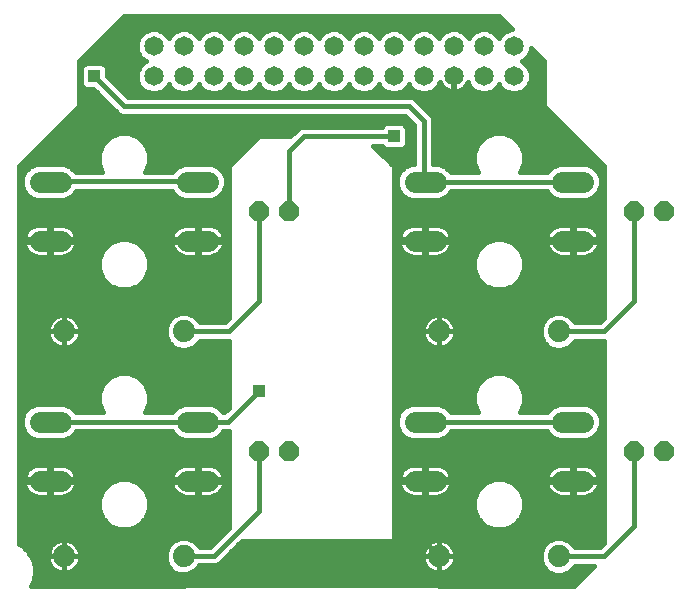
<source format=gbl>
G75*
%MOIN*%
%OFA0B0*%
%FSLAX24Y24*%
%IPPOS*%
%LPD*%
%AMOC8*
5,1,8,0,0,1.08239X$1,22.5*
%
%ADD10C,0.0650*%
%ADD11OC8,0.0660*%
%ADD12C,0.0705*%
%ADD13C,0.0740*%
%ADD14C,0.0160*%
%ADD15R,0.0396X0.0396*%
%ADD16C,0.0100*%
%ADD17R,0.0436X0.0436*%
%ADD18C,0.0120*%
D10*
X006100Y017600D03*
X006100Y018600D03*
X007100Y018600D03*
X007100Y017600D03*
X008100Y017600D03*
X008100Y018600D03*
X009100Y018600D03*
X009100Y017600D03*
X010100Y017600D03*
X010100Y018600D03*
X011100Y018600D03*
X011100Y017600D03*
X012100Y017600D03*
X012100Y018600D03*
X013100Y018600D03*
X013100Y017600D03*
X014100Y017600D03*
X014100Y018600D03*
X015100Y018600D03*
X015100Y017600D03*
X016100Y017600D03*
X016100Y018600D03*
X017100Y018600D03*
X017100Y017600D03*
X018100Y017600D03*
X018100Y018600D03*
D11*
X022100Y013100D03*
X023100Y013100D03*
X023100Y005100D03*
X022100Y005100D03*
X010600Y005100D03*
X009600Y005100D03*
X009600Y013100D03*
X010600Y013100D03*
D12*
X007913Y012120D02*
X007208Y012120D01*
X007208Y014080D02*
X007913Y014080D01*
X002993Y014080D02*
X002288Y014080D01*
X002288Y012120D02*
X002993Y012120D01*
X002993Y006080D02*
X002288Y006080D01*
X002288Y004120D02*
X002993Y004120D01*
X007208Y004120D02*
X007913Y004120D01*
X007913Y006080D02*
X007208Y006080D01*
X014788Y006080D02*
X015493Y006080D01*
X015493Y004120D02*
X014788Y004120D01*
X019708Y004120D02*
X020413Y004120D01*
X020413Y006080D02*
X019708Y006080D01*
X019708Y012120D02*
X020413Y012120D01*
X020413Y014080D02*
X019708Y014080D01*
X015493Y014080D02*
X014788Y014080D01*
X014788Y012120D02*
X015493Y012120D01*
D13*
X015600Y009100D03*
X019600Y009100D03*
X019600Y001600D03*
X015600Y001600D03*
X007100Y001600D03*
X003100Y001600D03*
X003100Y009100D03*
X007100Y009100D03*
D14*
X002557Y001685D02*
X001953Y001685D01*
X001925Y001733D02*
X001733Y001925D01*
X001600Y002002D01*
X001600Y014600D01*
X003600Y016600D01*
X003600Y018100D01*
X005100Y019600D01*
X017600Y019600D01*
X018035Y019165D01*
X017988Y019165D01*
X017780Y019079D01*
X017621Y018920D01*
X017600Y018869D01*
X017579Y018920D01*
X017420Y019079D01*
X017212Y019165D01*
X016988Y019165D01*
X016780Y019079D01*
X016621Y018920D01*
X016600Y018869D01*
X016579Y018920D01*
X016420Y019079D01*
X016212Y019165D01*
X015988Y019165D01*
X015780Y019079D01*
X015621Y018920D01*
X015600Y018869D01*
X015579Y018920D01*
X015420Y019079D01*
X015212Y019165D01*
X014988Y019165D01*
X014780Y019079D01*
X014621Y018920D01*
X014600Y018869D01*
X014579Y018920D01*
X014420Y019079D01*
X014212Y019165D01*
X013988Y019165D01*
X013780Y019079D01*
X013621Y018920D01*
X013600Y018869D01*
X013579Y018920D01*
X013420Y019079D01*
X013212Y019165D01*
X012988Y019165D01*
X012780Y019079D01*
X012621Y018920D01*
X012600Y018869D01*
X012579Y018920D01*
X012420Y019079D01*
X012212Y019165D01*
X011988Y019165D01*
X011780Y019079D01*
X011621Y018920D01*
X011600Y018869D01*
X011579Y018920D01*
X011420Y019079D01*
X011212Y019165D01*
X010988Y019165D01*
X010780Y019079D01*
X010621Y018920D01*
X010600Y018869D01*
X010579Y018920D01*
X010420Y019079D01*
X010212Y019165D01*
X009988Y019165D01*
X009780Y019079D01*
X009621Y018920D01*
X009600Y018869D01*
X009579Y018920D01*
X009420Y019079D01*
X009212Y019165D01*
X008988Y019165D01*
X008780Y019079D01*
X008621Y018920D01*
X008600Y018869D01*
X008579Y018920D01*
X008420Y019079D01*
X008212Y019165D01*
X007988Y019165D01*
X007780Y019079D01*
X007621Y018920D01*
X007600Y018869D01*
X007579Y018920D01*
X007420Y019079D01*
X007212Y019165D01*
X006988Y019165D01*
X006780Y019079D01*
X006621Y018920D01*
X006600Y018869D01*
X006579Y018920D01*
X006420Y019079D01*
X006212Y019165D01*
X005988Y019165D01*
X005780Y019079D01*
X005621Y018920D01*
X005535Y018712D01*
X005535Y018488D01*
X005621Y018280D01*
X005780Y018121D01*
X005831Y018100D01*
X005780Y018079D01*
X005621Y017920D01*
X005535Y017712D01*
X005535Y017488D01*
X005621Y017280D01*
X005780Y017121D01*
X005988Y017035D01*
X006212Y017035D01*
X006420Y017121D01*
X006579Y017280D01*
X006600Y017331D01*
X006621Y017280D01*
X006780Y017121D01*
X006988Y017035D01*
X007212Y017035D01*
X007420Y017121D01*
X007579Y017280D01*
X007600Y017331D01*
X007621Y017280D01*
X007780Y017121D01*
X007988Y017035D01*
X008212Y017035D01*
X008420Y017121D01*
X008579Y017280D01*
X008600Y017331D01*
X008621Y017280D01*
X008780Y017121D01*
X008988Y017035D01*
X009212Y017035D01*
X009420Y017121D01*
X009579Y017280D01*
X009600Y017331D01*
X009621Y017280D01*
X009780Y017121D01*
X009988Y017035D01*
X010212Y017035D01*
X010420Y017121D01*
X010579Y017280D01*
X010600Y017331D01*
X010621Y017280D01*
X010780Y017121D01*
X010988Y017035D01*
X011212Y017035D01*
X011420Y017121D01*
X011579Y017280D01*
X011600Y017331D01*
X011621Y017280D01*
X011780Y017121D01*
X011988Y017035D01*
X012212Y017035D01*
X012420Y017121D01*
X012579Y017280D01*
X012600Y017331D01*
X012621Y017280D01*
X012780Y017121D01*
X012988Y017035D01*
X013212Y017035D01*
X013420Y017121D01*
X013579Y017280D01*
X013600Y017331D01*
X013621Y017280D01*
X013780Y017121D01*
X013988Y017035D01*
X014212Y017035D01*
X014420Y017121D01*
X014579Y017280D01*
X014600Y017331D01*
X014621Y017280D01*
X014780Y017121D01*
X014988Y017035D01*
X015212Y017035D01*
X015420Y017121D01*
X015579Y017280D01*
X015632Y017407D01*
X015632Y017406D01*
X015668Y017335D01*
X015715Y017271D01*
X015771Y017215D01*
X015835Y017168D01*
X015906Y017132D01*
X015982Y017107D01*
X016060Y017095D01*
X016080Y017095D01*
X016080Y017580D01*
X016120Y017580D01*
X016120Y017095D01*
X016140Y017095D01*
X016218Y017107D01*
X016294Y017132D01*
X016365Y017168D01*
X016429Y017215D01*
X016485Y017271D01*
X016532Y017335D01*
X016568Y017406D01*
X016568Y017407D01*
X016621Y017280D01*
X016780Y017121D01*
X016988Y017035D01*
X017212Y017035D01*
X017420Y017121D01*
X017579Y017280D01*
X017600Y017331D01*
X017621Y017280D01*
X017780Y017121D01*
X017988Y017035D01*
X018212Y017035D01*
X018420Y017121D01*
X018579Y017280D01*
X018665Y017488D01*
X018665Y017712D01*
X018579Y017920D01*
X018420Y018079D01*
X018369Y018100D01*
X018420Y018121D01*
X018579Y018280D01*
X018665Y018488D01*
X018665Y018535D01*
X019100Y018100D01*
X019100Y016600D01*
X021100Y014600D01*
X021100Y009553D01*
X020967Y009420D01*
X020128Y009420D01*
X020117Y009446D01*
X019946Y009617D01*
X019721Y009710D01*
X019479Y009710D01*
X019254Y009617D01*
X019083Y009446D01*
X018990Y009221D01*
X018990Y008979D01*
X019083Y008754D01*
X019254Y008583D01*
X019479Y008490D01*
X019721Y008490D01*
X019946Y008583D01*
X020117Y008754D01*
X020128Y008780D01*
X021100Y008780D01*
X021100Y002053D01*
X020967Y001920D01*
X020128Y001920D01*
X020117Y001946D01*
X019946Y002117D01*
X019721Y002210D01*
X019479Y002210D01*
X019254Y002117D01*
X019083Y001946D01*
X018990Y001721D01*
X018990Y001479D01*
X019083Y001254D01*
X019254Y001083D01*
X019479Y000990D01*
X019721Y000990D01*
X019946Y001083D01*
X020117Y001254D01*
X020128Y001280D01*
X020780Y001280D01*
X020100Y000600D01*
X015600Y000600D01*
X014100Y002100D01*
X014100Y014600D01*
X013420Y015280D01*
X013693Y015280D01*
X013698Y015266D01*
X013766Y015198D01*
X013854Y015162D01*
X014346Y015162D01*
X014434Y015198D01*
X014502Y015266D01*
X014538Y015354D01*
X014538Y015846D01*
X014502Y015934D01*
X014434Y016002D01*
X014346Y016038D01*
X013854Y016038D01*
X013766Y016002D01*
X013698Y015934D01*
X013693Y015920D01*
X011036Y015920D01*
X010919Y015871D01*
X010829Y015781D01*
X010647Y015600D01*
X009600Y015600D01*
X008600Y014600D01*
X008600Y009553D01*
X008467Y009420D01*
X007628Y009420D01*
X007617Y009446D01*
X007446Y009617D01*
X007221Y009710D01*
X006979Y009710D01*
X006754Y009617D01*
X006583Y009446D01*
X006490Y009221D01*
X006490Y008979D01*
X006583Y008754D01*
X006754Y008583D01*
X006979Y008490D01*
X007221Y008490D01*
X007446Y008583D01*
X007617Y008754D01*
X007628Y008780D01*
X008600Y008780D01*
X008600Y006553D01*
X008447Y006400D01*
X008421Y006400D01*
X008415Y006416D01*
X008248Y006582D01*
X008030Y006672D01*
X007090Y006672D01*
X006872Y006582D01*
X006705Y006416D01*
X006699Y006400D01*
X005809Y006400D01*
X005935Y006704D01*
X005935Y007036D01*
X005808Y007343D01*
X005573Y007578D01*
X005266Y007705D01*
X004934Y007705D01*
X004627Y007578D01*
X004392Y007343D01*
X004265Y007036D01*
X004265Y006704D01*
X004391Y006400D01*
X003501Y006400D01*
X003495Y006416D01*
X003328Y006582D01*
X003110Y006672D01*
X002170Y006672D01*
X001952Y006582D01*
X001785Y006416D01*
X001695Y006198D01*
X001695Y005962D01*
X001785Y005744D01*
X001952Y005578D01*
X002170Y005488D01*
X003110Y005488D01*
X003328Y005578D01*
X003495Y005744D01*
X003501Y005760D01*
X006699Y005760D01*
X006705Y005744D01*
X006872Y005578D01*
X007090Y005488D01*
X008030Y005488D01*
X008248Y005578D01*
X008415Y005744D01*
X008421Y005760D01*
X008600Y005760D01*
X008600Y002553D01*
X007967Y001920D01*
X007628Y001920D01*
X007617Y001946D01*
X007446Y002117D01*
X007221Y002210D01*
X006979Y002210D01*
X006754Y002117D01*
X006583Y001946D01*
X006490Y001721D01*
X006490Y001479D01*
X006583Y001254D01*
X006754Y001083D01*
X006979Y000990D01*
X007221Y000990D01*
X007446Y001083D01*
X007617Y001254D01*
X007628Y001280D01*
X007780Y001280D01*
X007100Y000600D01*
X002002Y000600D01*
X002061Y000702D01*
X002131Y000964D01*
X002131Y001236D01*
X002061Y001498D01*
X001925Y001733D01*
X001815Y001844D02*
X002607Y001844D01*
X002590Y001811D02*
X002564Y001729D01*
X002550Y001643D01*
X002550Y001609D01*
X003091Y001609D01*
X003091Y002150D01*
X003057Y002150D01*
X002971Y002136D01*
X002889Y002110D01*
X002812Y002070D01*
X002742Y002020D01*
X002680Y001958D01*
X002630Y001888D01*
X002590Y001811D01*
X002600Y001600D02*
X002600Y004080D01*
X002640Y004120D01*
X002678Y004158D02*
X002602Y004158D01*
X002602Y004652D01*
X002246Y004652D01*
X002163Y004639D01*
X002083Y004613D01*
X002008Y004575D01*
X001941Y004526D01*
X001881Y004467D01*
X001832Y004399D01*
X001794Y004324D01*
X001768Y004245D01*
X001755Y004162D01*
X001755Y004158D01*
X002602Y004158D01*
X002602Y004082D01*
X002678Y004082D01*
X002678Y004158D01*
X002678Y004652D01*
X003034Y004652D01*
X003117Y004639D01*
X003197Y004613D01*
X003272Y004575D01*
X003339Y004526D01*
X003399Y004467D01*
X003448Y004399D01*
X003486Y004324D01*
X003512Y004245D01*
X003525Y004162D01*
X003525Y004158D01*
X002678Y004158D01*
X002678Y004221D02*
X002602Y004221D01*
X002602Y004082D02*
X001755Y004082D01*
X001755Y004078D01*
X001768Y003995D01*
X001794Y003916D01*
X001832Y003841D01*
X001881Y003773D01*
X001941Y003714D01*
X002008Y003665D01*
X002083Y003627D01*
X002163Y003601D01*
X002246Y003588D01*
X002602Y003588D01*
X002602Y004082D01*
X002602Y004063D02*
X002678Y004063D01*
X002678Y004082D02*
X002678Y003588D01*
X003034Y003588D01*
X003117Y003601D01*
X003197Y003627D01*
X003272Y003665D01*
X003339Y003714D01*
X003399Y003773D01*
X003448Y003841D01*
X003486Y003916D01*
X003512Y003995D01*
X003525Y004078D01*
X003525Y004082D01*
X002678Y004082D01*
X002678Y003904D02*
X002602Y003904D01*
X002602Y003746D02*
X002678Y003746D01*
X002678Y004380D02*
X002602Y004380D01*
X002602Y004538D02*
X002678Y004538D01*
X003323Y004538D02*
X006877Y004538D01*
X006861Y004526D02*
X006801Y004467D01*
X006752Y004399D01*
X006714Y004324D01*
X006688Y004245D01*
X006675Y004162D01*
X006675Y004158D01*
X007522Y004158D01*
X007522Y004652D01*
X007166Y004652D01*
X007083Y004639D01*
X007003Y004613D01*
X006928Y004575D01*
X006861Y004526D01*
X006742Y004380D02*
X003458Y004380D01*
X003516Y004221D02*
X006684Y004221D01*
X006675Y004082D02*
X006675Y004078D01*
X006688Y003995D01*
X006714Y003916D01*
X006752Y003841D01*
X006801Y003773D01*
X006861Y003714D01*
X006928Y003665D01*
X007003Y003627D01*
X007083Y003601D01*
X007166Y003588D01*
X007522Y003588D01*
X007522Y004082D01*
X007598Y004082D01*
X007598Y004158D01*
X007522Y004158D01*
X007522Y004082D01*
X006675Y004082D01*
X006677Y004063D02*
X005514Y004063D01*
X005573Y004038D02*
X005266Y004165D01*
X004934Y004165D01*
X004627Y004038D01*
X004392Y003803D01*
X004265Y003496D01*
X004265Y003164D01*
X004392Y002857D01*
X004627Y002622D01*
X004934Y002495D01*
X005266Y002495D01*
X005573Y002622D01*
X005808Y002857D01*
X005935Y003164D01*
X005935Y003496D01*
X005808Y003803D01*
X005573Y004038D01*
X005707Y003904D02*
X006720Y003904D01*
X006829Y003746D02*
X005832Y003746D01*
X005897Y003587D02*
X008600Y003587D01*
X008600Y003429D02*
X005935Y003429D01*
X005935Y003270D02*
X008600Y003270D01*
X008600Y003112D02*
X005913Y003112D01*
X005848Y002953D02*
X008600Y002953D01*
X008600Y002795D02*
X005745Y002795D01*
X005587Y002636D02*
X008600Y002636D01*
X008525Y002478D02*
X001600Y002478D01*
X001600Y002636D02*
X004613Y002636D01*
X004455Y002795D02*
X001600Y002795D01*
X001600Y002953D02*
X004352Y002953D01*
X004287Y003112D02*
X001600Y003112D01*
X001600Y003270D02*
X004265Y003270D01*
X004265Y003429D02*
X001600Y003429D01*
X001600Y003587D02*
X004303Y003587D01*
X004368Y003746D02*
X003371Y003746D01*
X003480Y003904D02*
X004493Y003904D01*
X004686Y004063D02*
X003523Y004063D01*
X003114Y005489D02*
X007086Y005489D01*
X006802Y005648D02*
X003398Y005648D01*
X002640Y006080D02*
X007560Y006080D01*
X008580Y006080D01*
X009600Y007100D01*
X008600Y007074D02*
X005919Y007074D01*
X005935Y006916D02*
X008600Y006916D01*
X008600Y006757D02*
X005935Y006757D01*
X005891Y006599D02*
X006911Y006599D01*
X006730Y006440D02*
X005826Y006440D01*
X005854Y007233D02*
X008600Y007233D01*
X008600Y007391D02*
X005760Y007391D01*
X005601Y007550D02*
X008600Y007550D01*
X008600Y007708D02*
X001600Y007708D01*
X001600Y007550D02*
X004599Y007550D01*
X004440Y007391D02*
X001600Y007391D01*
X001600Y007233D02*
X004346Y007233D01*
X004281Y007074D02*
X001600Y007074D01*
X001600Y006916D02*
X004265Y006916D01*
X004265Y006757D02*
X001600Y006757D01*
X001600Y006599D02*
X001991Y006599D01*
X001810Y006440D02*
X001600Y006440D01*
X001600Y006282D02*
X001730Y006282D01*
X001695Y006123D02*
X001600Y006123D01*
X001600Y005965D02*
X001695Y005965D01*
X001760Y005806D02*
X001600Y005806D01*
X001600Y005648D02*
X001882Y005648D01*
X001600Y005489D02*
X002166Y005489D01*
X001600Y005331D02*
X008600Y005331D01*
X008600Y005489D02*
X008034Y005489D01*
X008318Y005648D02*
X008600Y005648D01*
X008600Y005172D02*
X001600Y005172D01*
X001600Y005014D02*
X008600Y005014D01*
X008600Y004855D02*
X001600Y004855D01*
X001600Y004697D02*
X008600Y004697D01*
X008600Y004538D02*
X008243Y004538D01*
X008259Y004526D02*
X008192Y004575D01*
X008117Y004613D01*
X008037Y004639D01*
X007954Y004652D01*
X007598Y004652D01*
X007598Y004158D01*
X008445Y004158D01*
X008445Y004162D01*
X008432Y004245D01*
X008406Y004324D01*
X008368Y004399D01*
X008319Y004467D01*
X008259Y004526D01*
X008378Y004380D02*
X008600Y004380D01*
X008600Y004221D02*
X008436Y004221D01*
X008445Y004082D02*
X007598Y004082D01*
X007598Y003588D01*
X007954Y003588D01*
X008037Y003601D01*
X008117Y003627D01*
X008192Y003665D01*
X008259Y003714D01*
X008319Y003773D01*
X008368Y003841D01*
X008406Y003916D01*
X008432Y003995D01*
X008445Y004078D01*
X008445Y004082D01*
X008443Y004063D02*
X008600Y004063D01*
X008600Y003904D02*
X008400Y003904D01*
X008291Y003746D02*
X008600Y003746D01*
X007598Y003746D02*
X007522Y003746D01*
X007522Y003904D02*
X007598Y003904D01*
X007598Y004063D02*
X007522Y004063D01*
X007522Y004221D02*
X007598Y004221D01*
X007598Y004380D02*
X007522Y004380D01*
X007522Y004538D02*
X007598Y004538D01*
X009600Y005100D02*
X009600Y003100D01*
X008100Y001600D01*
X007100Y001600D01*
X006536Y001368D02*
X003599Y001368D01*
X003610Y001389D02*
X003636Y001471D01*
X003650Y001557D01*
X003650Y001591D01*
X003109Y001591D01*
X003109Y001609D01*
X003650Y001609D01*
X003650Y001643D01*
X003636Y001729D01*
X003610Y001811D01*
X003570Y001888D01*
X003520Y001958D01*
X003458Y002020D01*
X003388Y002070D01*
X003311Y002110D01*
X003229Y002136D01*
X003143Y002150D01*
X003109Y002150D01*
X003109Y001609D01*
X003091Y001609D01*
X003091Y001591D01*
X003109Y001591D01*
X003109Y001050D01*
X003143Y001050D01*
X003229Y001064D01*
X003311Y001090D01*
X003388Y001130D01*
X003458Y001180D01*
X003520Y001242D01*
X003570Y001312D01*
X003610Y001389D01*
X003645Y001527D02*
X006490Y001527D01*
X006490Y001685D02*
X003643Y001685D01*
X003593Y001844D02*
X006541Y001844D01*
X006639Y002002D02*
X003476Y002002D01*
X003109Y002002D02*
X003091Y002002D01*
X003091Y001844D02*
X003109Y001844D01*
X003109Y001685D02*
X003091Y001685D01*
X003100Y001600D02*
X002600Y001600D01*
X002550Y001591D02*
X002550Y001557D01*
X002564Y001471D01*
X002590Y001389D01*
X002630Y001312D01*
X002680Y001242D01*
X002742Y001180D01*
X002812Y001130D01*
X002889Y001090D01*
X002971Y001064D01*
X003057Y001050D01*
X003091Y001050D01*
X003091Y001591D01*
X002550Y001591D01*
X002555Y001527D02*
X002044Y001527D01*
X002096Y001368D02*
X002601Y001368D01*
X002713Y001210D02*
X002131Y001210D01*
X002131Y001051D02*
X003050Y001051D01*
X003091Y001051D02*
X003109Y001051D01*
X003150Y001051D02*
X006831Y001051D01*
X006628Y001210D02*
X003487Y001210D01*
X003109Y001210D02*
X003091Y001210D01*
X003091Y001368D02*
X003109Y001368D01*
X003109Y001527D02*
X003091Y001527D01*
X002724Y002002D02*
X001600Y002002D01*
X001600Y002161D02*
X006859Y002161D01*
X007341Y002161D02*
X008208Y002161D01*
X008366Y002319D02*
X001600Y002319D01*
X002112Y000893D02*
X007393Y000893D01*
X007369Y001051D02*
X007551Y001051D01*
X007572Y001210D02*
X007710Y001210D01*
X007234Y000734D02*
X002069Y000734D01*
X001909Y003746D02*
X001600Y003746D01*
X001600Y003904D02*
X001800Y003904D01*
X001757Y004063D02*
X001600Y004063D01*
X001600Y004221D02*
X001764Y004221D01*
X001822Y004380D02*
X001600Y004380D01*
X001600Y004538D02*
X001957Y004538D01*
X003470Y006440D02*
X004374Y006440D01*
X004309Y006599D02*
X003289Y006599D01*
X001600Y007867D02*
X008600Y007867D01*
X008600Y008025D02*
X001600Y008025D01*
X001600Y008184D02*
X008600Y008184D01*
X008600Y008342D02*
X001600Y008342D01*
X001600Y008501D02*
X006953Y008501D01*
X007247Y008501D02*
X008600Y008501D01*
X008600Y008659D02*
X007522Y008659D01*
X007100Y009100D02*
X008600Y009100D01*
X009600Y010100D01*
X009600Y013100D01*
X010600Y013100D02*
X010600Y015100D01*
X011100Y015600D01*
X014100Y015600D01*
X014538Y015633D02*
X014780Y015633D01*
X014780Y015475D02*
X014538Y015475D01*
X014522Y015316D02*
X014780Y015316D01*
X014780Y015158D02*
X013542Y015158D01*
X013701Y014999D02*
X014780Y014999D01*
X014780Y014841D02*
X013859Y014841D01*
X014018Y014682D02*
X014780Y014682D01*
X014780Y014672D02*
X014670Y014672D01*
X014452Y014582D01*
X014285Y014416D01*
X014195Y014198D01*
X014195Y013962D01*
X014285Y013744D01*
X014452Y013578D01*
X014670Y013488D01*
X015610Y013488D01*
X015828Y013578D01*
X015995Y013744D01*
X016001Y013760D01*
X019199Y013760D01*
X019205Y013744D01*
X019372Y013578D01*
X019590Y013488D01*
X020530Y013488D01*
X020748Y013578D01*
X020915Y013744D01*
X021005Y013962D01*
X021005Y014198D01*
X020915Y014416D01*
X020748Y014582D01*
X020530Y014672D01*
X019590Y014672D01*
X019372Y014582D01*
X019205Y014416D01*
X019199Y014400D01*
X018309Y014400D01*
X018435Y014704D01*
X018435Y015036D01*
X018308Y015343D01*
X018073Y015578D01*
X017766Y015705D01*
X017434Y015705D01*
X017127Y015578D01*
X016892Y015343D01*
X016765Y015036D01*
X016765Y014704D01*
X016891Y014400D01*
X016001Y014400D01*
X015995Y014416D01*
X015828Y014582D01*
X015610Y014672D01*
X015420Y014672D01*
X015420Y016164D01*
X015371Y016281D01*
X014871Y016781D01*
X014871Y016781D01*
X014781Y016871D01*
X014664Y016920D01*
X005233Y016920D01*
X004538Y017614D01*
X004538Y017846D01*
X004502Y017934D01*
X004434Y018002D01*
X004346Y018038D01*
X003854Y018038D01*
X003766Y018002D01*
X003698Y017934D01*
X003662Y017846D01*
X003662Y017354D01*
X003698Y017266D01*
X003766Y017198D01*
X003854Y017162D01*
X004086Y017162D01*
X004919Y016329D01*
X005036Y016280D01*
X014467Y016280D01*
X014780Y015967D01*
X014780Y014672D01*
X014393Y014524D02*
X014100Y014524D01*
X014100Y014365D02*
X014264Y014365D01*
X014199Y014207D02*
X014100Y014207D01*
X014100Y014048D02*
X014195Y014048D01*
X014225Y013890D02*
X014100Y013890D01*
X014100Y013731D02*
X014299Y013731D01*
X014464Y013573D02*
X014100Y013573D01*
X014100Y013414D02*
X021100Y013414D01*
X021100Y013256D02*
X014100Y013256D01*
X014100Y013097D02*
X021100Y013097D01*
X021100Y012939D02*
X014100Y012939D01*
X014100Y012780D02*
X021100Y012780D01*
X021100Y012622D02*
X020592Y012622D01*
X020617Y012613D02*
X020537Y012639D01*
X020454Y012652D01*
X020098Y012652D01*
X020098Y012158D01*
X020022Y012158D01*
X020022Y012652D01*
X019666Y012652D01*
X019583Y012639D01*
X019503Y012613D01*
X019428Y012575D01*
X019361Y012526D01*
X019301Y012467D01*
X019252Y012399D01*
X019214Y012324D01*
X019188Y012245D01*
X019175Y012162D01*
X019175Y012158D01*
X020022Y012158D01*
X020022Y012082D01*
X020098Y012082D01*
X020098Y012158D01*
X020945Y012158D01*
X020945Y012162D01*
X020932Y012245D01*
X020906Y012324D01*
X020868Y012399D01*
X020819Y012467D01*
X020759Y012526D01*
X020692Y012575D01*
X020617Y012613D01*
X020821Y012463D02*
X021100Y012463D01*
X021100Y012305D02*
X020912Y012305D01*
X021100Y012146D02*
X020098Y012146D01*
X020098Y012082D02*
X020945Y012082D01*
X020945Y012078D01*
X020932Y011995D01*
X020906Y011916D01*
X020868Y011841D01*
X020819Y011773D01*
X020759Y011714D01*
X020692Y011665D01*
X020617Y011627D01*
X020537Y011601D01*
X020454Y011588D01*
X020098Y011588D01*
X020098Y012082D01*
X020022Y012082D02*
X020022Y011588D01*
X019666Y011588D01*
X019583Y011601D01*
X019503Y011627D01*
X019428Y011665D01*
X019361Y011714D01*
X019301Y011773D01*
X019252Y011841D01*
X019214Y011916D01*
X019188Y011995D01*
X019175Y012078D01*
X019175Y012082D01*
X020022Y012082D01*
X020022Y012146D02*
X017812Y012146D01*
X017766Y012165D02*
X018073Y012038D01*
X018308Y011803D01*
X018435Y011496D01*
X018435Y011164D01*
X018308Y010857D01*
X018073Y010622D01*
X017766Y010495D01*
X017434Y010495D01*
X017127Y010622D01*
X016892Y010857D01*
X016765Y011164D01*
X016765Y011496D01*
X016892Y011803D01*
X017127Y012038D01*
X017434Y012165D01*
X017766Y012165D01*
X017388Y012146D02*
X015178Y012146D01*
X015178Y012158D02*
X016025Y012158D01*
X016025Y012162D01*
X016012Y012245D01*
X015986Y012324D01*
X015948Y012399D01*
X015899Y012467D01*
X015839Y012526D01*
X015772Y012575D01*
X015697Y012613D01*
X015617Y012639D01*
X015534Y012652D01*
X015178Y012652D01*
X015178Y012158D01*
X015102Y012158D01*
X015102Y012652D01*
X014746Y012652D01*
X014663Y012639D01*
X014583Y012613D01*
X014508Y012575D01*
X014441Y012526D01*
X014381Y012467D01*
X014332Y012399D01*
X014294Y012324D01*
X014268Y012245D01*
X014255Y012162D01*
X014255Y012158D01*
X015102Y012158D01*
X015102Y012082D01*
X015178Y012082D01*
X015178Y012158D01*
X015140Y012120D02*
X015100Y012080D01*
X015102Y012082D02*
X015102Y011588D01*
X014746Y011588D01*
X014663Y011601D01*
X014583Y011627D01*
X014508Y011665D01*
X014441Y011714D01*
X014381Y011773D01*
X014332Y011841D01*
X014294Y011916D01*
X014268Y011995D01*
X014255Y012078D01*
X014255Y012082D01*
X015102Y012082D01*
X015102Y012146D02*
X014100Y012146D01*
X014100Y011988D02*
X014271Y011988D01*
X014341Y011829D02*
X014100Y011829D01*
X014100Y011671D02*
X014500Y011671D01*
X014100Y011512D02*
X016772Y011512D01*
X016765Y011354D02*
X014100Y011354D01*
X014100Y011195D02*
X016765Y011195D01*
X016818Y011037D02*
X014100Y011037D01*
X014100Y010878D02*
X016883Y010878D01*
X017030Y010720D02*
X014100Y010720D01*
X014100Y010561D02*
X017275Y010561D01*
X017925Y010561D02*
X021100Y010561D01*
X021100Y010403D02*
X014100Y010403D01*
X014100Y010244D02*
X021100Y010244D01*
X021100Y010086D02*
X014100Y010086D01*
X014100Y009927D02*
X021100Y009927D01*
X021100Y009769D02*
X014100Y009769D01*
X014100Y009610D02*
X015390Y009610D01*
X015389Y009610D02*
X015312Y009570D01*
X015242Y009520D01*
X015180Y009458D01*
X015130Y009388D01*
X015090Y009311D01*
X015064Y009229D01*
X015050Y009143D01*
X015050Y009109D01*
X015591Y009109D01*
X015591Y009650D01*
X015557Y009650D01*
X015471Y009636D01*
X015389Y009610D01*
X015591Y009610D02*
X015609Y009610D01*
X015609Y009650D02*
X015643Y009650D01*
X015729Y009636D01*
X015811Y009610D01*
X015888Y009570D01*
X015958Y009520D01*
X016020Y009458D01*
X016070Y009388D01*
X016110Y009311D01*
X016136Y009229D01*
X016150Y009143D01*
X016150Y009109D01*
X015609Y009109D01*
X015609Y009091D01*
X016150Y009091D01*
X016150Y009057D01*
X016136Y008971D01*
X016110Y008889D01*
X016070Y008812D01*
X016020Y008742D01*
X015958Y008680D01*
X015888Y008630D01*
X015811Y008590D01*
X015729Y008564D01*
X015643Y008550D01*
X015609Y008550D01*
X015609Y009091D01*
X015591Y009091D01*
X015591Y008550D01*
X015557Y008550D01*
X015471Y008564D01*
X015389Y008590D01*
X015312Y008630D01*
X015242Y008680D01*
X015180Y008742D01*
X015130Y008812D01*
X015090Y008889D01*
X015064Y008971D01*
X015050Y009057D01*
X015050Y009091D01*
X015591Y009091D01*
X015591Y009109D01*
X015609Y009109D01*
X015609Y009650D01*
X015591Y009452D02*
X015609Y009452D01*
X015609Y009293D02*
X015591Y009293D01*
X015591Y009135D02*
X015609Y009135D01*
X015609Y008976D02*
X015591Y008976D01*
X015591Y008818D02*
X015609Y008818D01*
X015609Y008659D02*
X015591Y008659D01*
X015929Y008659D02*
X019178Y008659D01*
X019057Y008818D02*
X016073Y008818D01*
X016137Y008976D02*
X018991Y008976D01*
X018990Y009135D02*
X016150Y009135D01*
X016116Y009293D02*
X019020Y009293D01*
X019089Y009452D02*
X016024Y009452D01*
X015810Y009610D02*
X019247Y009610D01*
X019600Y009100D02*
X021100Y009100D01*
X022100Y010100D01*
X022100Y013100D01*
X021100Y013573D02*
X020736Y013573D01*
X020901Y013731D02*
X021100Y013731D01*
X021100Y013890D02*
X020975Y013890D01*
X021005Y014048D02*
X021100Y014048D01*
X021100Y014207D02*
X021001Y014207D01*
X020936Y014365D02*
X021100Y014365D01*
X021100Y014524D02*
X020807Y014524D01*
X021018Y014682D02*
X018426Y014682D01*
X018435Y014841D02*
X020859Y014841D01*
X020701Y014999D02*
X018435Y014999D01*
X018385Y015158D02*
X020542Y015158D01*
X020384Y015316D02*
X018319Y015316D01*
X018176Y015475D02*
X020225Y015475D01*
X020067Y015633D02*
X017940Y015633D01*
X017260Y015633D02*
X015420Y015633D01*
X015420Y015475D02*
X017024Y015475D01*
X016881Y015316D02*
X015420Y015316D01*
X015420Y015158D02*
X016815Y015158D01*
X016765Y014999D02*
X015420Y014999D01*
X015420Y014841D02*
X016765Y014841D01*
X016774Y014682D02*
X015420Y014682D01*
X015887Y014524D02*
X016840Y014524D01*
X015981Y013731D02*
X019219Y013731D01*
X019384Y013573D02*
X015816Y013573D01*
X015140Y014080D02*
X015120Y014080D01*
X015100Y014100D01*
X015100Y016100D01*
X014600Y016600D01*
X005100Y016600D01*
X004100Y017600D01*
X003788Y018011D02*
X003600Y018011D01*
X003600Y017852D02*
X003664Y017852D01*
X003662Y017694D02*
X003600Y017694D01*
X003600Y017535D02*
X003662Y017535D01*
X003662Y017377D02*
X003600Y017377D01*
X003600Y017218D02*
X003746Y017218D01*
X003600Y017060D02*
X004188Y017060D01*
X004346Y016901D02*
X003600Y016901D01*
X003600Y016743D02*
X004505Y016743D01*
X004663Y016584D02*
X003584Y016584D01*
X003426Y016426D02*
X004822Y016426D01*
X005093Y017060D02*
X005928Y017060D01*
X005683Y017218D02*
X004935Y017218D01*
X004776Y017377D02*
X005581Y017377D01*
X005535Y017535D02*
X004618Y017535D01*
X004538Y017694D02*
X005535Y017694D01*
X005593Y017852D02*
X004536Y017852D01*
X004412Y018011D02*
X005711Y018011D01*
X005732Y018169D02*
X003669Y018169D01*
X003828Y018328D02*
X005601Y018328D01*
X005536Y018486D02*
X003986Y018486D01*
X004145Y018645D02*
X005535Y018645D01*
X005573Y018803D02*
X004303Y018803D01*
X004462Y018962D02*
X005663Y018962D01*
X005879Y019120D02*
X004620Y019120D01*
X004779Y019279D02*
X017921Y019279D01*
X017879Y019120D02*
X017321Y019120D01*
X017537Y018962D02*
X017663Y018962D01*
X017763Y019437D02*
X004937Y019437D01*
X005096Y019596D02*
X017604Y019596D01*
X016879Y019120D02*
X016321Y019120D01*
X016537Y018962D02*
X016663Y018962D01*
X015879Y019120D02*
X015321Y019120D01*
X015537Y018962D02*
X015663Y018962D01*
X014879Y019120D02*
X014321Y019120D01*
X014537Y018962D02*
X014663Y018962D01*
X013879Y019120D02*
X013321Y019120D01*
X013537Y018962D02*
X013663Y018962D01*
X012879Y019120D02*
X012321Y019120D01*
X012537Y018962D02*
X012663Y018962D01*
X011879Y019120D02*
X011321Y019120D01*
X011537Y018962D02*
X011663Y018962D01*
X010879Y019120D02*
X010321Y019120D01*
X010537Y018962D02*
X010663Y018962D01*
X009879Y019120D02*
X009321Y019120D01*
X009537Y018962D02*
X009663Y018962D01*
X008879Y019120D02*
X008321Y019120D01*
X008537Y018962D02*
X008663Y018962D01*
X007879Y019120D02*
X007321Y019120D01*
X007537Y018962D02*
X007663Y018962D01*
X006879Y019120D02*
X006321Y019120D01*
X006537Y018962D02*
X006663Y018962D01*
X006683Y017218D02*
X006517Y017218D01*
X006272Y017060D02*
X006928Y017060D01*
X007272Y017060D02*
X007928Y017060D01*
X007683Y017218D02*
X007517Y017218D01*
X008272Y017060D02*
X008928Y017060D01*
X008683Y017218D02*
X008517Y017218D01*
X009272Y017060D02*
X009928Y017060D01*
X009683Y017218D02*
X009517Y017218D01*
X010272Y017060D02*
X010928Y017060D01*
X010683Y017218D02*
X010517Y017218D01*
X011272Y017060D02*
X011928Y017060D01*
X011683Y017218D02*
X011517Y017218D01*
X012272Y017060D02*
X012928Y017060D01*
X012683Y017218D02*
X012517Y017218D01*
X013272Y017060D02*
X013928Y017060D01*
X013683Y017218D02*
X013517Y017218D01*
X014272Y017060D02*
X014928Y017060D01*
X014709Y016901D02*
X019100Y016901D01*
X019100Y016743D02*
X014910Y016743D01*
X015069Y016584D02*
X019116Y016584D01*
X019274Y016426D02*
X015227Y016426D01*
X015377Y016267D02*
X019433Y016267D01*
X019591Y016109D02*
X015420Y016109D01*
X015420Y015950D02*
X019750Y015950D01*
X019908Y015792D02*
X015420Y015792D01*
X014780Y015792D02*
X014538Y015792D01*
X014486Y015950D02*
X014780Y015950D01*
X014639Y016109D02*
X003109Y016109D01*
X003267Y016267D02*
X014480Y016267D01*
X013714Y015950D02*
X002950Y015950D01*
X002792Y015792D02*
X010839Y015792D01*
X010680Y015633D02*
X005440Y015633D01*
X005573Y015578D02*
X005266Y015705D01*
X004934Y015705D01*
X004627Y015578D01*
X004392Y015343D01*
X004265Y015036D01*
X004265Y014704D01*
X004383Y014420D01*
X003490Y014420D01*
X003328Y014582D01*
X003110Y014672D01*
X002170Y014672D01*
X001952Y014582D01*
X001785Y014416D01*
X001695Y014198D01*
X001695Y013962D01*
X001785Y013744D01*
X001952Y013578D01*
X002170Y013488D01*
X003110Y013488D01*
X003328Y013578D01*
X003495Y013744D01*
X003510Y013780D01*
X006690Y013780D01*
X006705Y013744D01*
X006872Y013578D01*
X007090Y013488D01*
X008030Y013488D01*
X008248Y013578D01*
X008415Y013744D01*
X008505Y013962D01*
X008505Y014198D01*
X008415Y014416D01*
X008248Y014582D01*
X008030Y014672D01*
X007090Y014672D01*
X006872Y014582D01*
X006710Y014420D01*
X005817Y014420D01*
X005935Y014704D01*
X005935Y015036D01*
X005808Y015343D01*
X005573Y015578D01*
X005676Y015475D02*
X009475Y015475D01*
X009316Y015316D02*
X005819Y015316D01*
X005885Y015158D02*
X009158Y015158D01*
X008999Y014999D02*
X005935Y014999D01*
X005935Y014841D02*
X008841Y014841D01*
X008682Y014682D02*
X005926Y014682D01*
X005860Y014524D02*
X006813Y014524D01*
X007560Y014080D02*
X007580Y014080D01*
X007600Y014100D01*
X002660Y014100D01*
X002640Y014080D01*
X003316Y013573D02*
X006884Y013573D01*
X006719Y013731D02*
X003481Y013731D01*
X003387Y014524D02*
X004340Y014524D01*
X004274Y014682D02*
X001682Y014682D01*
X001600Y014524D02*
X001893Y014524D01*
X001764Y014365D02*
X001600Y014365D01*
X001600Y014207D02*
X001699Y014207D01*
X001695Y014048D02*
X001600Y014048D01*
X001600Y013890D02*
X001725Y013890D01*
X001799Y013731D02*
X001600Y013731D01*
X001600Y013573D02*
X001964Y013573D01*
X001600Y013414D02*
X008600Y013414D01*
X008600Y013256D02*
X001600Y013256D01*
X001600Y013097D02*
X008600Y013097D01*
X008600Y012939D02*
X001600Y012939D01*
X001600Y012780D02*
X008600Y012780D01*
X008600Y012622D02*
X008092Y012622D01*
X008117Y012613D02*
X008037Y012639D01*
X007954Y012652D01*
X007598Y012652D01*
X007598Y012158D01*
X007522Y012158D01*
X007522Y012652D01*
X007166Y012652D01*
X007083Y012639D01*
X007003Y012613D01*
X006928Y012575D01*
X006861Y012526D01*
X006801Y012467D01*
X006752Y012399D01*
X006714Y012324D01*
X006688Y012245D01*
X006675Y012162D01*
X006675Y012158D01*
X007522Y012158D01*
X007522Y012082D01*
X007598Y012082D01*
X007598Y012158D01*
X008445Y012158D01*
X008445Y012162D01*
X008432Y012245D01*
X008406Y012324D01*
X008368Y012399D01*
X008319Y012467D01*
X008259Y012526D01*
X008192Y012575D01*
X008117Y012613D01*
X008321Y012463D02*
X008600Y012463D01*
X008600Y012305D02*
X008412Y012305D01*
X008600Y012146D02*
X007598Y012146D01*
X007598Y012082D02*
X008445Y012082D01*
X008445Y012078D01*
X008432Y011995D01*
X008406Y011916D01*
X008368Y011841D01*
X008319Y011773D01*
X008259Y011714D01*
X008192Y011665D01*
X008117Y011627D01*
X008037Y011601D01*
X007954Y011588D01*
X007598Y011588D01*
X007598Y012082D01*
X007522Y012082D02*
X007522Y011588D01*
X007166Y011588D01*
X007083Y011601D01*
X007003Y011627D01*
X006928Y011665D01*
X006861Y011714D01*
X006801Y011773D01*
X006752Y011841D01*
X006714Y011916D01*
X006688Y011995D01*
X006675Y012078D01*
X006675Y012082D01*
X007522Y012082D01*
X007522Y012146D02*
X005312Y012146D01*
X005266Y012165D02*
X004934Y012165D01*
X004627Y012038D01*
X004392Y011803D01*
X004265Y011496D01*
X004265Y011164D01*
X004392Y010857D01*
X004627Y010622D01*
X004934Y010495D01*
X005266Y010495D01*
X005573Y010622D01*
X005808Y010857D01*
X005935Y011164D01*
X005935Y011496D01*
X005808Y011803D01*
X005573Y012038D01*
X005266Y012165D01*
X005623Y011988D02*
X006691Y011988D01*
X006761Y011829D02*
X005782Y011829D01*
X005863Y011671D02*
X006920Y011671D01*
X007522Y011671D02*
X007598Y011671D01*
X007598Y011829D02*
X007522Y011829D01*
X007522Y011988D02*
X007598Y011988D01*
X007598Y012305D02*
X007522Y012305D01*
X007522Y012463D02*
X007598Y012463D01*
X007598Y012622D02*
X007522Y012622D01*
X007028Y012622D02*
X003172Y012622D01*
X003197Y012613D02*
X003117Y012639D01*
X003034Y012652D01*
X002678Y012652D01*
X002678Y012158D01*
X002602Y012158D01*
X002602Y012652D01*
X002246Y012652D01*
X002163Y012639D01*
X002083Y012613D01*
X002008Y012575D01*
X001941Y012526D01*
X001881Y012467D01*
X001832Y012399D01*
X001794Y012324D01*
X001768Y012245D01*
X001755Y012162D01*
X001755Y012158D01*
X002602Y012158D01*
X002602Y012082D01*
X002678Y012082D01*
X002678Y012158D01*
X003525Y012158D01*
X003525Y012162D01*
X003512Y012245D01*
X003486Y012324D01*
X003448Y012399D01*
X003399Y012467D01*
X003339Y012526D01*
X003272Y012575D01*
X003197Y012613D01*
X003401Y012463D02*
X006799Y012463D01*
X006708Y012305D02*
X003492Y012305D01*
X003525Y012082D02*
X002678Y012082D01*
X002678Y011588D01*
X003034Y011588D01*
X003117Y011601D01*
X003197Y011627D01*
X003272Y011665D01*
X003339Y011714D01*
X003399Y011773D01*
X003448Y011841D01*
X003486Y011916D01*
X003512Y011995D01*
X003525Y012078D01*
X003525Y012082D01*
X003509Y011988D02*
X004577Y011988D01*
X004418Y011829D02*
X003439Y011829D01*
X003280Y011671D02*
X004337Y011671D01*
X004272Y011512D02*
X001600Y011512D01*
X001600Y011354D02*
X004265Y011354D01*
X004265Y011195D02*
X001600Y011195D01*
X001600Y011037D02*
X004318Y011037D01*
X004383Y010878D02*
X001600Y010878D01*
X001600Y010720D02*
X004530Y010720D01*
X004775Y010561D02*
X001600Y010561D01*
X001600Y010403D02*
X008600Y010403D01*
X008600Y010561D02*
X005425Y010561D01*
X005670Y010720D02*
X008600Y010720D01*
X008600Y010878D02*
X005817Y010878D01*
X005882Y011037D02*
X008600Y011037D01*
X008600Y011195D02*
X005935Y011195D01*
X005935Y011354D02*
X008600Y011354D01*
X008600Y011512D02*
X005928Y011512D01*
X004888Y012146D02*
X002678Y012146D01*
X002602Y012146D02*
X001600Y012146D01*
X001600Y011988D02*
X001771Y011988D01*
X001768Y011995D02*
X001794Y011916D01*
X001832Y011841D01*
X001881Y011773D01*
X001941Y011714D01*
X002008Y011665D01*
X002083Y011627D01*
X002163Y011601D01*
X002246Y011588D01*
X002602Y011588D01*
X002602Y012082D01*
X001755Y012082D01*
X001755Y012078D01*
X001768Y011995D01*
X001841Y011829D02*
X001600Y011829D01*
X001600Y011671D02*
X002000Y011671D01*
X002602Y011671D02*
X002678Y011671D01*
X002678Y011829D02*
X002602Y011829D01*
X002602Y011988D02*
X002678Y011988D01*
X002678Y012305D02*
X002602Y012305D01*
X002602Y012463D02*
X002678Y012463D01*
X002678Y012622D02*
X002602Y012622D01*
X002108Y012622D02*
X001600Y012622D01*
X001600Y012463D02*
X001879Y012463D01*
X001788Y012305D02*
X001600Y012305D01*
X001600Y010244D02*
X008600Y010244D01*
X008600Y010086D02*
X001600Y010086D01*
X001600Y009927D02*
X008600Y009927D01*
X008600Y009769D02*
X001600Y009769D01*
X001600Y009610D02*
X002890Y009610D01*
X002889Y009610D02*
X002812Y009570D01*
X002742Y009520D01*
X002680Y009458D01*
X002630Y009388D01*
X002590Y009311D01*
X002564Y009229D01*
X002550Y009143D01*
X002550Y009109D01*
X003091Y009109D01*
X003091Y009650D01*
X003057Y009650D01*
X002971Y009636D01*
X002889Y009610D01*
X003091Y009610D02*
X003109Y009610D01*
X003109Y009650D02*
X003143Y009650D01*
X003229Y009636D01*
X003311Y009610D01*
X003388Y009570D01*
X003458Y009520D01*
X003520Y009458D01*
X003570Y009388D01*
X003610Y009311D01*
X003636Y009229D01*
X003650Y009143D01*
X003650Y009109D01*
X003109Y009109D01*
X003109Y009091D01*
X003650Y009091D01*
X003650Y009057D01*
X003636Y008971D01*
X003610Y008889D01*
X003570Y008812D01*
X003520Y008742D01*
X003458Y008680D01*
X003388Y008630D01*
X003311Y008590D01*
X003229Y008564D01*
X003143Y008550D01*
X003109Y008550D01*
X003109Y009091D01*
X003091Y009091D01*
X003091Y008550D01*
X003057Y008550D01*
X002971Y008564D01*
X002889Y008590D01*
X002812Y008630D01*
X002742Y008680D01*
X002680Y008742D01*
X002630Y008812D01*
X002590Y008889D01*
X002564Y008971D01*
X002550Y009057D01*
X002550Y009091D01*
X003091Y009091D01*
X003091Y009109D01*
X003109Y009109D01*
X003109Y009650D01*
X003091Y009452D02*
X003109Y009452D01*
X003109Y009293D02*
X003091Y009293D01*
X003091Y009135D02*
X003109Y009135D01*
X003109Y008976D02*
X003091Y008976D01*
X003091Y008818D02*
X003109Y008818D01*
X003109Y008659D02*
X003091Y008659D01*
X002771Y008659D02*
X001600Y008659D01*
X001600Y008818D02*
X002627Y008818D01*
X002563Y008976D02*
X001600Y008976D01*
X001600Y009135D02*
X002550Y009135D01*
X002584Y009293D02*
X001600Y009293D01*
X001600Y009452D02*
X002676Y009452D01*
X003310Y009610D02*
X006747Y009610D01*
X006589Y009452D02*
X003524Y009452D01*
X003616Y009293D02*
X006520Y009293D01*
X006490Y009135D02*
X003650Y009135D01*
X003637Y008976D02*
X006491Y008976D01*
X006557Y008818D02*
X003573Y008818D01*
X003429Y008659D02*
X006678Y008659D01*
X007611Y009452D02*
X008499Y009452D01*
X008600Y009610D02*
X007453Y009610D01*
X008200Y011671D02*
X008600Y011671D01*
X008600Y011829D02*
X008359Y011829D01*
X008429Y011988D02*
X008600Y011988D01*
X008600Y013573D02*
X008236Y013573D01*
X008401Y013731D02*
X008600Y013731D01*
X008600Y013890D02*
X008475Y013890D01*
X008505Y014048D02*
X008600Y014048D01*
X008600Y014207D02*
X008501Y014207D01*
X008436Y014365D02*
X008600Y014365D01*
X008600Y014524D02*
X008307Y014524D01*
X004760Y015633D02*
X002633Y015633D01*
X002475Y015475D02*
X004524Y015475D01*
X004381Y015316D02*
X002316Y015316D01*
X002158Y015158D02*
X004315Y015158D01*
X004265Y014999D02*
X001999Y014999D01*
X001841Y014841D02*
X004265Y014841D01*
X008209Y006599D02*
X008600Y006599D01*
X008487Y006440D02*
X008390Y006440D01*
X008049Y002002D02*
X007561Y002002D01*
X014100Y002161D02*
X019359Y002161D01*
X019139Y002002D02*
X015976Y002002D01*
X015958Y002020D02*
X015888Y002070D01*
X015811Y002110D01*
X015729Y002136D01*
X015643Y002150D01*
X015609Y002150D01*
X015609Y001609D01*
X016150Y001609D01*
X016150Y001643D01*
X016136Y001729D01*
X016110Y001811D01*
X016070Y001888D01*
X016020Y001958D01*
X015958Y002020D01*
X016093Y001844D02*
X019041Y001844D01*
X018990Y001685D02*
X016143Y001685D01*
X016150Y001591D02*
X015609Y001591D01*
X015609Y001609D01*
X015591Y001609D01*
X015591Y002150D01*
X015557Y002150D01*
X015471Y002136D01*
X015389Y002110D01*
X015312Y002070D01*
X015242Y002020D01*
X015180Y001958D01*
X015130Y001888D01*
X015090Y001811D01*
X015064Y001729D01*
X015050Y001643D01*
X015050Y001609D01*
X015591Y001609D01*
X015591Y001591D01*
X015609Y001591D01*
X015609Y001050D01*
X015643Y001050D01*
X015729Y001064D01*
X015811Y001090D01*
X015888Y001130D01*
X015958Y001180D01*
X016020Y001242D01*
X016070Y001312D01*
X016110Y001389D01*
X016136Y001471D01*
X016150Y001557D01*
X016150Y001591D01*
X016145Y001527D02*
X018990Y001527D01*
X019036Y001368D02*
X016099Y001368D01*
X015987Y001210D02*
X019128Y001210D01*
X019331Y001051D02*
X015650Y001051D01*
X015609Y001051D02*
X015591Y001051D01*
X015591Y001050D02*
X015591Y001591D01*
X015050Y001591D01*
X015050Y001557D01*
X015064Y001471D01*
X015090Y001389D01*
X015130Y001312D01*
X015180Y001242D01*
X015242Y001180D01*
X015312Y001130D01*
X015389Y001090D01*
X015471Y001064D01*
X015557Y001050D01*
X015591Y001050D01*
X015550Y001051D02*
X015149Y001051D01*
X015213Y001210D02*
X014990Y001210D01*
X015101Y001368D02*
X014832Y001368D01*
X014673Y001527D02*
X015055Y001527D01*
X015057Y001685D02*
X014515Y001685D01*
X014356Y001844D02*
X015107Y001844D01*
X015224Y002002D02*
X014198Y002002D01*
X014100Y002319D02*
X021100Y002319D01*
X021100Y002161D02*
X019841Y002161D01*
X020061Y002002D02*
X021049Y002002D01*
X021100Y001600D02*
X022100Y002600D01*
X022100Y005100D01*
X021100Y005172D02*
X014100Y005172D01*
X014100Y005014D02*
X021100Y005014D01*
X021100Y004855D02*
X014100Y004855D01*
X014100Y004697D02*
X021100Y004697D01*
X021100Y004538D02*
X020743Y004538D01*
X020759Y004526D02*
X020692Y004575D01*
X020617Y004613D01*
X020537Y004639D01*
X020454Y004652D01*
X020098Y004652D01*
X020098Y004158D01*
X020022Y004158D01*
X020022Y004652D01*
X019666Y004652D01*
X019583Y004639D01*
X019503Y004613D01*
X019428Y004575D01*
X019361Y004526D01*
X019301Y004467D01*
X019252Y004399D01*
X019214Y004324D01*
X019188Y004245D01*
X019175Y004162D01*
X019175Y004158D01*
X020022Y004158D01*
X020022Y004082D01*
X020098Y004082D01*
X020098Y004158D01*
X020945Y004158D01*
X020945Y004162D01*
X020932Y004245D01*
X020906Y004324D01*
X020868Y004399D01*
X020819Y004467D01*
X020759Y004526D01*
X020878Y004380D02*
X021100Y004380D01*
X021100Y004221D02*
X020936Y004221D01*
X020945Y004082D02*
X020098Y004082D01*
X020098Y003588D01*
X020454Y003588D01*
X020537Y003601D01*
X020617Y003627D01*
X020692Y003665D01*
X020759Y003714D01*
X020819Y003773D01*
X020868Y003841D01*
X020906Y003916D01*
X020932Y003995D01*
X020945Y004078D01*
X020945Y004082D01*
X020943Y004063D02*
X021100Y004063D01*
X021100Y003904D02*
X020900Y003904D01*
X020791Y003746D02*
X021100Y003746D01*
X021100Y003587D02*
X018397Y003587D01*
X018435Y003496D02*
X018308Y003803D01*
X018073Y004038D01*
X017766Y004165D01*
X017434Y004165D01*
X017127Y004038D01*
X016892Y003803D01*
X016765Y003496D01*
X016765Y003164D01*
X016892Y002857D01*
X017127Y002622D01*
X017434Y002495D01*
X017766Y002495D01*
X018073Y002622D01*
X018308Y002857D01*
X018435Y003164D01*
X018435Y003496D01*
X018435Y003429D02*
X021100Y003429D01*
X021100Y003270D02*
X018435Y003270D01*
X018413Y003112D02*
X021100Y003112D01*
X021100Y002953D02*
X018348Y002953D01*
X018245Y002795D02*
X021100Y002795D01*
X021100Y002636D02*
X018087Y002636D01*
X017113Y002636D02*
X014100Y002636D01*
X014100Y002478D02*
X021100Y002478D01*
X021100Y001600D02*
X019600Y001600D01*
X020072Y001210D02*
X020710Y001210D01*
X020551Y001051D02*
X019869Y001051D01*
X020234Y000734D02*
X015466Y000734D01*
X015307Y000893D02*
X020393Y000893D01*
X020022Y003588D02*
X019666Y003588D01*
X019583Y003601D01*
X019503Y003627D01*
X019428Y003665D01*
X019361Y003714D01*
X019301Y003773D01*
X019252Y003841D01*
X019214Y003916D01*
X019188Y003995D01*
X019175Y004078D01*
X019175Y004082D01*
X020022Y004082D01*
X020022Y003588D01*
X020022Y003746D02*
X020098Y003746D01*
X020098Y003904D02*
X020022Y003904D01*
X020022Y004063D02*
X020098Y004063D01*
X020098Y004221D02*
X020022Y004221D01*
X020022Y004380D02*
X020098Y004380D01*
X020098Y004538D02*
X020022Y004538D01*
X019377Y004538D02*
X015823Y004538D01*
X015839Y004526D02*
X015772Y004575D01*
X015697Y004613D01*
X015617Y004639D01*
X015534Y004652D01*
X015178Y004652D01*
X015178Y004158D01*
X015102Y004158D01*
X015102Y004652D01*
X014746Y004652D01*
X014663Y004639D01*
X014583Y004613D01*
X014508Y004575D01*
X014441Y004526D01*
X014381Y004467D01*
X014332Y004399D01*
X014294Y004324D01*
X014268Y004245D01*
X014255Y004162D01*
X014255Y004158D01*
X015102Y004158D01*
X015102Y004082D01*
X015178Y004082D01*
X015178Y004158D01*
X016025Y004158D01*
X016025Y004162D01*
X016012Y004245D01*
X015986Y004324D01*
X015948Y004399D01*
X015899Y004467D01*
X015839Y004526D01*
X015958Y004380D02*
X019242Y004380D01*
X019184Y004221D02*
X016016Y004221D01*
X016025Y004082D02*
X015178Y004082D01*
X015178Y003588D01*
X015534Y003588D01*
X015617Y003601D01*
X015697Y003627D01*
X015772Y003665D01*
X015839Y003714D01*
X015899Y003773D01*
X015948Y003841D01*
X015986Y003916D01*
X016012Y003995D01*
X016025Y004078D01*
X016025Y004082D01*
X016023Y004063D02*
X017186Y004063D01*
X016993Y003904D02*
X015980Y003904D01*
X015871Y003746D02*
X016868Y003746D01*
X016803Y003587D02*
X014100Y003587D01*
X014100Y003429D02*
X016765Y003429D01*
X016765Y003270D02*
X014100Y003270D01*
X014100Y003112D02*
X016787Y003112D01*
X016852Y002953D02*
X014100Y002953D01*
X014100Y002795D02*
X016955Y002795D01*
X015609Y002002D02*
X015591Y002002D01*
X015591Y001844D02*
X015609Y001844D01*
X015609Y001685D02*
X015591Y001685D01*
X015600Y001600D02*
X015100Y002100D01*
X015591Y001527D02*
X015609Y001527D01*
X015609Y001368D02*
X015591Y001368D01*
X015591Y001210D02*
X015609Y001210D01*
X015102Y003588D02*
X014746Y003588D01*
X014663Y003601D01*
X014583Y003627D01*
X014508Y003665D01*
X014441Y003714D01*
X014381Y003773D01*
X014332Y003841D01*
X014294Y003916D01*
X014268Y003995D01*
X014255Y004078D01*
X014255Y004082D01*
X015102Y004082D01*
X015102Y003588D01*
X015102Y003746D02*
X015178Y003746D01*
X015178Y003904D02*
X015102Y003904D01*
X015102Y004063D02*
X015178Y004063D01*
X015140Y004120D02*
X015100Y004080D01*
X015102Y004221D02*
X015178Y004221D01*
X015178Y004380D02*
X015102Y004380D01*
X015102Y004538D02*
X015178Y004538D01*
X014457Y004538D02*
X014100Y004538D01*
X014100Y004380D02*
X014322Y004380D01*
X014264Y004221D02*
X014100Y004221D01*
X014100Y004063D02*
X014257Y004063D01*
X014300Y003904D02*
X014100Y003904D01*
X014100Y003746D02*
X014409Y003746D01*
X014100Y005331D02*
X021100Y005331D01*
X021100Y005489D02*
X020534Y005489D01*
X020530Y005488D02*
X020748Y005578D01*
X020915Y005744D01*
X021005Y005962D01*
X021005Y006198D01*
X020915Y006416D01*
X020748Y006582D01*
X020530Y006672D01*
X019590Y006672D01*
X019372Y006582D01*
X019205Y006416D01*
X019199Y006400D01*
X018309Y006400D01*
X018435Y006704D01*
X018435Y007036D01*
X018308Y007343D01*
X018073Y007578D01*
X017766Y007705D01*
X017434Y007705D01*
X017127Y007578D01*
X016892Y007343D01*
X016765Y007036D01*
X016765Y006704D01*
X016891Y006400D01*
X016001Y006400D01*
X015995Y006416D01*
X015828Y006582D01*
X015610Y006672D01*
X014670Y006672D01*
X014452Y006582D01*
X014285Y006416D01*
X014195Y006198D01*
X014195Y005962D01*
X014285Y005744D01*
X014452Y005578D01*
X014670Y005488D01*
X015610Y005488D01*
X015828Y005578D01*
X015995Y005744D01*
X016001Y005760D01*
X019199Y005760D01*
X019205Y005744D01*
X019372Y005578D01*
X019590Y005488D01*
X020530Y005488D01*
X020818Y005648D02*
X021100Y005648D01*
X021100Y005806D02*
X020940Y005806D01*
X021005Y005965D02*
X021100Y005965D01*
X021100Y006123D02*
X021005Y006123D01*
X020970Y006282D02*
X021100Y006282D01*
X021100Y006440D02*
X020890Y006440D01*
X020709Y006599D02*
X021100Y006599D01*
X021100Y006757D02*
X018435Y006757D01*
X018435Y006916D02*
X021100Y006916D01*
X021100Y007074D02*
X018419Y007074D01*
X018354Y007233D02*
X021100Y007233D01*
X021100Y007391D02*
X018260Y007391D01*
X018101Y007550D02*
X021100Y007550D01*
X021100Y007708D02*
X014100Y007708D01*
X014100Y007550D02*
X017099Y007550D01*
X016940Y007391D02*
X014100Y007391D01*
X014100Y007233D02*
X016846Y007233D01*
X016781Y007074D02*
X014100Y007074D01*
X014100Y006916D02*
X016765Y006916D01*
X016765Y006757D02*
X014100Y006757D01*
X014100Y006599D02*
X014491Y006599D01*
X014310Y006440D02*
X014100Y006440D01*
X014100Y006282D02*
X014230Y006282D01*
X014195Y006123D02*
X014100Y006123D01*
X014100Y005965D02*
X014195Y005965D01*
X014260Y005806D02*
X014100Y005806D01*
X014100Y005648D02*
X014382Y005648D01*
X014100Y005489D02*
X014666Y005489D01*
X015140Y006080D02*
X020060Y006080D01*
X019586Y005489D02*
X015614Y005489D01*
X015898Y005648D02*
X019302Y005648D01*
X019230Y006440D02*
X018326Y006440D01*
X018391Y006599D02*
X019411Y006599D01*
X021100Y007867D02*
X014100Y007867D01*
X014100Y008025D02*
X021100Y008025D01*
X021100Y008184D02*
X014100Y008184D01*
X014100Y008342D02*
X021100Y008342D01*
X021100Y008501D02*
X019747Y008501D01*
X019453Y008501D02*
X014100Y008501D01*
X014100Y008659D02*
X015271Y008659D01*
X015127Y008818D02*
X014100Y008818D01*
X014100Y008976D02*
X015063Y008976D01*
X015050Y009135D02*
X014100Y009135D01*
X014100Y009293D02*
X015084Y009293D01*
X015176Y009452D02*
X014100Y009452D01*
X015178Y011588D02*
X015534Y011588D01*
X015617Y011601D01*
X015697Y011627D01*
X015772Y011665D01*
X015839Y011714D01*
X015899Y011773D01*
X015948Y011841D01*
X015986Y011916D01*
X016012Y011995D01*
X016025Y012078D01*
X016025Y012082D01*
X015178Y012082D01*
X015178Y011588D01*
X015178Y011671D02*
X015102Y011671D01*
X015102Y011829D02*
X015178Y011829D01*
X015178Y011988D02*
X015102Y011988D01*
X015102Y012305D02*
X015178Y012305D01*
X015178Y012463D02*
X015102Y012463D01*
X015102Y012622D02*
X015178Y012622D01*
X015672Y012622D02*
X019528Y012622D01*
X019299Y012463D02*
X015901Y012463D01*
X015992Y012305D02*
X019208Y012305D01*
X019191Y011988D02*
X018123Y011988D01*
X018282Y011829D02*
X019261Y011829D01*
X019420Y011671D02*
X018363Y011671D01*
X018428Y011512D02*
X021100Y011512D01*
X021100Y011354D02*
X018435Y011354D01*
X018435Y011195D02*
X021100Y011195D01*
X021100Y011037D02*
X018382Y011037D01*
X018317Y010878D02*
X021100Y010878D01*
X021100Y010720D02*
X018170Y010720D01*
X016837Y011671D02*
X015780Y011671D01*
X015939Y011829D02*
X016918Y011829D01*
X017077Y011988D02*
X016009Y011988D01*
X014608Y012622D02*
X014100Y012622D01*
X014100Y012463D02*
X014379Y012463D01*
X014288Y012305D02*
X014100Y012305D01*
X015140Y014080D02*
X020060Y014080D01*
X019313Y014524D02*
X018360Y014524D01*
X020022Y012622D02*
X020098Y012622D01*
X020098Y012463D02*
X020022Y012463D01*
X020022Y012305D02*
X020098Y012305D01*
X020098Y011988D02*
X020022Y011988D01*
X020022Y011829D02*
X020098Y011829D01*
X020098Y011671D02*
X020022Y011671D01*
X020700Y011671D02*
X021100Y011671D01*
X021100Y011829D02*
X020859Y011829D01*
X020929Y011988D02*
X021100Y011988D01*
X021100Y009610D02*
X019953Y009610D01*
X020111Y009452D02*
X020999Y009452D01*
X021100Y008659D02*
X020022Y008659D01*
X016809Y006599D02*
X015789Y006599D01*
X015970Y006440D02*
X016874Y006440D01*
X018014Y004063D02*
X019177Y004063D01*
X019220Y003904D02*
X018207Y003904D01*
X018332Y003746D02*
X019329Y003746D01*
X019100Y017060D02*
X018272Y017060D01*
X018517Y017218D02*
X019100Y017218D01*
X019100Y017377D02*
X018619Y017377D01*
X018665Y017535D02*
X019100Y017535D01*
X019100Y017694D02*
X018665Y017694D01*
X018607Y017852D02*
X019100Y017852D01*
X019100Y018011D02*
X018489Y018011D01*
X018468Y018169D02*
X019031Y018169D01*
X018872Y018328D02*
X018599Y018328D01*
X018664Y018486D02*
X018714Y018486D01*
X017683Y017218D02*
X017517Y017218D01*
X017272Y017060D02*
X017928Y017060D01*
X016928Y017060D02*
X015272Y017060D01*
X015517Y017218D02*
X015768Y017218D01*
X015647Y017377D02*
X015619Y017377D01*
X016080Y017377D02*
X016120Y017377D01*
X016120Y017535D02*
X016080Y017535D01*
X016080Y017218D02*
X016120Y017218D01*
X016432Y017218D02*
X016683Y017218D01*
X016581Y017377D02*
X016553Y017377D01*
X014683Y017218D02*
X014517Y017218D01*
D15*
X014100Y015600D03*
X004100Y017600D03*
D16*
X015100Y014100D02*
X015140Y014080D01*
D17*
X009600Y007100D03*
D18*
X009024Y002100D02*
X014100Y002100D01*
X015600Y000600D01*
X006600Y000600D01*
X007010Y001010D01*
X007217Y001010D01*
X007434Y001100D01*
X007600Y001266D01*
X007614Y001300D01*
X008160Y001300D01*
X008270Y001346D01*
X009024Y002100D01*
X008920Y001996D02*
X014204Y001996D01*
X014322Y001878D02*
X008802Y001878D01*
X008683Y001759D02*
X014441Y001759D01*
X014559Y001641D02*
X008565Y001641D01*
X008446Y001522D02*
X014678Y001522D01*
X014796Y001404D02*
X008328Y001404D01*
X007976Y001900D02*
X007900Y001900D01*
X008100Y002100D01*
X008176Y002100D01*
X007976Y001900D01*
X007996Y001996D02*
X008072Y001996D01*
X007608Y001285D02*
X014915Y001285D01*
X015033Y001167D02*
X007501Y001167D01*
X007309Y001048D02*
X015152Y001048D01*
X015270Y000930D02*
X006930Y000930D01*
X006811Y000811D02*
X015389Y000811D01*
X015507Y000693D02*
X006693Y000693D01*
M02*

</source>
